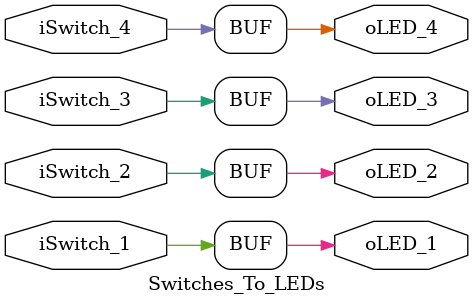
<source format=v>
`timescale 1ns / 1ps


module Switches_To_LEDs(

	input	iSwitch_1,
	input	iSwitch_2,
	input	iSwitch_3,
	input	iSwitch_4,
	output	oLED_1,
	output	oLED_2,
	output	oLED_3,
	output	oLED_4
	);
	
	assign 	oLED_1 = iSwitch_1;
	assign	oLED_2 = iSwitch_2;
	assign	oLED_3 = iSwitch_3;
	assign	oLED_4 = iSwitch_4;
    
    
endmodule

</source>
